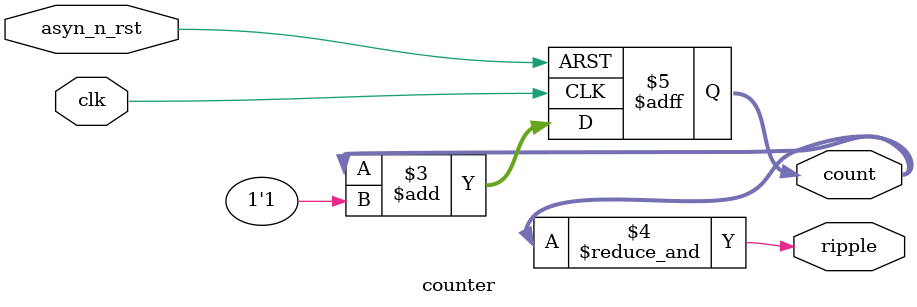
<source format=sv>


module counter #(parameter N_BITS=3)
               (input logic        clk,
                input logic        asyn_n_rst, // asynchronous active-low reset
                output logic       ripple,
                output logic [N_BITS-1:0] count // 3bit - 0 to 7
               );

always_ff @ (posedge clk, negedge asyn_n_rst) begin
  if(!asyn_n_rst)begin
    count <= 'b0; // -> All count bits equal `{default:'1};
  end else begin
    count <= count + 1'b1;
  end
end

assign ripple = (&count);
/*
bit0 & bit1 & bit2 & bit3 ...... bitN = 1
*/
// assign ripple = count == 3'b111 ? 1 : 0;


// if (count == 3'b111) - if (1)
//    ripple = 1;
//  else
//    ripple = 0;


endmodule


/*
// generate
genvar i;
generate
  for(i=0; i<10; i++)
     // signal declaration
     // mdoule declaration
     counter dut(.a(a[i]);
endgenerate
*/

</source>
